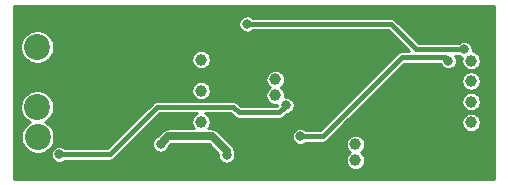
<source format=gbr>
%TF.GenerationSoftware,KiCad,Pcbnew,(5.1.9)-1*%
%TF.CreationDate,2021-08-27T14:21:39+03:00*%
%TF.ProjectId,Spina_SSM3J351,5370696e-615f-4535-934d-334a3335312e,rev?*%
%TF.SameCoordinates,Original*%
%TF.FileFunction,Copper,L2,Bot*%
%TF.FilePolarity,Positive*%
%FSLAX46Y46*%
G04 Gerber Fmt 4.6, Leading zero omitted, Abs format (unit mm)*
G04 Created by KiCad (PCBNEW (5.1.9)-1) date 2021-08-27 14:21:39*
%MOMM*%
%LPD*%
G01*
G04 APERTURE LIST*
%TA.AperFunction,ComponentPad*%
%ADD10C,2.200000*%
%TD*%
%TA.AperFunction,ComponentPad*%
%ADD11C,1.000000*%
%TD*%
%TA.AperFunction,ViaPad*%
%ADD12C,0.800000*%
%TD*%
%TA.AperFunction,Conductor*%
%ADD13C,0.700000*%
%TD*%
%TA.AperFunction,Conductor*%
%ADD14C,0.400000*%
%TD*%
%TA.AperFunction,Conductor*%
%ADD15C,0.254000*%
%TD*%
%TA.AperFunction,Conductor*%
%ADD16C,0.100000*%
%TD*%
G04 APERTURE END LIST*
D10*
%TO.P,J1,1*%
%TO.N,Net-(J1-Pad1)*%
X60706000Y-117576600D03*
%TD*%
%TO.P,J2,1*%
%TO.N,GND*%
X60706000Y-120126000D03*
%TD*%
%TO.P,J3,1*%
%TO.N,Net-(J3-Pad1)*%
X60706000Y-122666000D03*
%TD*%
%TO.P,J4,1*%
%TO.N,Net-(J4-Pad1)*%
X60731400Y-125206000D03*
%TD*%
D11*
%TO.P,J5,1*%
%TO.N,Net-(C9-Pad2)*%
X74574400Y-121259400D03*
%TD*%
%TO.P,J6,1*%
%TO.N,Net-(C11-Pad2)*%
X97434400Y-120446800D03*
%TD*%
%TO.P,J7,1*%
%TO.N,GND3*%
X74574400Y-123901200D03*
%TD*%
%TO.P,J8,1*%
%TO.N,Net-(C13-Pad2)*%
X97434400Y-118719600D03*
%TD*%
%TO.P,J9,1*%
%TO.N,GND1*%
X97434400Y-122199400D03*
%TD*%
%TO.P,J10,1*%
%TO.N,Net-(C14-Pad2)*%
X74574400Y-118643200D03*
%TD*%
%TO.P,J11,1*%
%TO.N,Net-(C16-Pad2)*%
X97434400Y-123952000D03*
%TD*%
%TO.P,J12,1*%
%TO.N,Net-(C19-Pad2)*%
X80848200Y-120319800D03*
%TD*%
%TO.P,J13,1*%
%TO.N,GNDA*%
X80848200Y-121666000D03*
%TD*%
%TO.P,J14,1*%
%TO.N,Net-(C21-Pad2)*%
X87629800Y-127152400D03*
%TD*%
%TO.P,J15,1*%
%TO.N,GND2*%
X87630000Y-125806200D03*
%TD*%
D10*
%TO.P,J16,1*%
%TO.N,GND*%
X74574400Y-115782600D03*
%TD*%
%TO.P,J17,1*%
%TO.N,GND*%
X74549000Y-126935000D03*
%TD*%
%TO.P,J18,1*%
%TO.N,GND*%
X97434400Y-126960400D03*
%TD*%
%TO.P,J19,1*%
%TO.N,GND*%
X97434400Y-115782600D03*
%TD*%
D12*
%TO.N,GND*%
X59156600Y-126390400D03*
X59131200Y-118846600D03*
X59182000Y-121386600D03*
X59156600Y-123901200D03*
X98755200Y-119608600D03*
X98755200Y-121335800D03*
X98755200Y-123113800D03*
X98729800Y-125526800D03*
X98755200Y-117475000D03*
X70078600Y-119227600D03*
X93040200Y-121742200D03*
X86436200Y-116636800D03*
X89560400Y-114681000D03*
X86487000Y-114655600D03*
X82346800Y-116636800D03*
X89585800Y-116662200D03*
X93421200Y-119481600D03*
X94894400Y-123291600D03*
X93675200Y-126238000D03*
X60579000Y-114833400D03*
X64871600Y-115366800D03*
X79527400Y-124358400D03*
X62712600Y-118821200D03*
X79908400Y-127736600D03*
X82575400Y-121767600D03*
X90627200Y-126492000D03*
X83997800Y-122986800D03*
X68199000Y-123494800D03*
X65963800Y-125603000D03*
X68199000Y-127330200D03*
X76504800Y-124891800D03*
X71704200Y-123571000D03*
%TO.N,Net-(C2-Pad1)*%
X76733400Y-126720600D03*
X71145400Y-125780800D03*
%TO.N,Net-(C8-Pad1)*%
X95504000Y-118745000D03*
X82981800Y-125145800D03*
%TO.N,Net-(C13-Pad2)*%
X78460600Y-115620800D03*
X96850200Y-117779800D03*
%TO.N,Net-(C18-Pad1)*%
X62560200Y-126669800D03*
X81762600Y-122504200D03*
%TD*%
D13*
%TO.N,Net-(C2-Pad1)*%
X76733400Y-126390400D02*
X76733400Y-126720600D01*
X71145400Y-125780800D02*
X71780400Y-125145800D01*
X75488800Y-125145800D02*
X76733400Y-126390400D01*
X71780400Y-125145800D02*
X75488800Y-125145800D01*
D14*
%TO.N,Net-(C8-Pad1)*%
X91567000Y-118440200D02*
X95199200Y-118440200D01*
X95199200Y-118440200D02*
X95504000Y-118745000D01*
X82981800Y-125145800D02*
X84861400Y-125145800D01*
X84861400Y-125145800D02*
X91567000Y-118440200D01*
%TO.N,Net-(C13-Pad2)*%
X92786200Y-117779800D02*
X96850200Y-117779800D01*
X90627200Y-115620800D02*
X92786200Y-117779800D01*
X78460600Y-115620800D02*
X90627200Y-115620800D01*
%TO.N,Net-(C18-Pad1)*%
X66827400Y-126669800D02*
X62560200Y-126669800D01*
X70866000Y-122631200D02*
X66827400Y-126669800D01*
X77749400Y-123113800D02*
X77266800Y-122631200D01*
X77266800Y-122631200D02*
X70866000Y-122631200D01*
X81762600Y-122555000D02*
X81203800Y-123113800D01*
X81762600Y-122504200D02*
X81762600Y-122555000D01*
X81203800Y-123113800D02*
X77749400Y-123113800D01*
%TD*%
D15*
%TO.N,GND*%
X99385200Y-128744042D02*
X58698600Y-128753365D01*
X58698600Y-122525453D01*
X59279000Y-122525453D01*
X59279000Y-122806547D01*
X59333838Y-123082241D01*
X59441409Y-123341938D01*
X59597576Y-123575660D01*
X59796340Y-123774424D01*
X60030062Y-123930591D01*
X60055820Y-123941261D01*
X60055462Y-123941409D01*
X59821740Y-124097576D01*
X59622976Y-124296340D01*
X59466809Y-124530062D01*
X59359238Y-124789759D01*
X59304400Y-125065453D01*
X59304400Y-125346547D01*
X59359238Y-125622241D01*
X59466809Y-125881938D01*
X59622976Y-126115660D01*
X59821740Y-126314424D01*
X60055462Y-126470591D01*
X60315159Y-126578162D01*
X60590853Y-126633000D01*
X60871947Y-126633000D01*
X61046916Y-126598197D01*
X61833200Y-126598197D01*
X61833200Y-126741403D01*
X61861138Y-126881858D01*
X61915941Y-127014164D01*
X61995502Y-127133236D01*
X62096764Y-127234498D01*
X62215836Y-127314059D01*
X62348142Y-127368862D01*
X62488597Y-127396800D01*
X62631803Y-127396800D01*
X62772258Y-127368862D01*
X62904564Y-127314059D01*
X63023636Y-127234498D01*
X63061334Y-127196800D01*
X66801519Y-127196800D01*
X66827400Y-127199349D01*
X66853281Y-127196800D01*
X66930710Y-127189174D01*
X67030050Y-127159039D01*
X67121602Y-127110104D01*
X67201848Y-127044248D01*
X67218355Y-127024134D01*
X71084290Y-123158200D01*
X74207108Y-123158200D01*
X74182669Y-123168323D01*
X74047219Y-123258828D01*
X73932028Y-123374019D01*
X73841523Y-123509469D01*
X73779182Y-123659973D01*
X73747400Y-123819748D01*
X73747400Y-123982652D01*
X73779182Y-124142427D01*
X73841523Y-124292931D01*
X73932028Y-124428381D01*
X73972447Y-124468800D01*
X71813652Y-124468800D01*
X71780400Y-124465525D01*
X71647685Y-124478596D01*
X71520070Y-124517308D01*
X71402459Y-124580172D01*
X71346099Y-124626426D01*
X71299373Y-124664773D01*
X71278178Y-124690599D01*
X70854299Y-125114479D01*
X70801036Y-125136541D01*
X70681964Y-125216102D01*
X70580702Y-125317364D01*
X70501141Y-125436436D01*
X70446338Y-125568742D01*
X70418400Y-125709197D01*
X70418400Y-125852403D01*
X70446338Y-125992858D01*
X70501141Y-126125164D01*
X70580702Y-126244236D01*
X70681964Y-126345498D01*
X70801036Y-126425059D01*
X70933342Y-126479862D01*
X71073797Y-126507800D01*
X71217003Y-126507800D01*
X71357458Y-126479862D01*
X71489764Y-126425059D01*
X71608836Y-126345498D01*
X71710098Y-126244236D01*
X71789659Y-126125164D01*
X71811721Y-126071901D01*
X72060823Y-125822800D01*
X75208378Y-125822800D01*
X76011075Y-126625497D01*
X76006400Y-126648997D01*
X76006400Y-126792203D01*
X76034338Y-126932658D01*
X76089141Y-127064964D01*
X76168702Y-127184036D01*
X76269964Y-127285298D01*
X76389036Y-127364859D01*
X76521342Y-127419662D01*
X76661797Y-127447600D01*
X76805003Y-127447600D01*
X76945458Y-127419662D01*
X77077764Y-127364859D01*
X77196836Y-127285298D01*
X77298098Y-127184036D01*
X77373660Y-127070948D01*
X86802800Y-127070948D01*
X86802800Y-127233852D01*
X86834582Y-127393627D01*
X86896923Y-127544131D01*
X86987428Y-127679581D01*
X87102619Y-127794772D01*
X87238069Y-127885277D01*
X87388573Y-127947618D01*
X87548348Y-127979400D01*
X87711252Y-127979400D01*
X87871027Y-127947618D01*
X88021531Y-127885277D01*
X88156981Y-127794772D01*
X88272172Y-127679581D01*
X88362677Y-127544131D01*
X88425018Y-127393627D01*
X88456800Y-127233852D01*
X88456800Y-127070948D01*
X88425018Y-126911173D01*
X88362677Y-126760669D01*
X88272172Y-126625219D01*
X88156981Y-126510028D01*
X88111093Y-126479367D01*
X88157181Y-126448572D01*
X88272372Y-126333381D01*
X88362877Y-126197931D01*
X88425218Y-126047427D01*
X88457000Y-125887652D01*
X88457000Y-125724748D01*
X88425218Y-125564973D01*
X88362877Y-125414469D01*
X88272372Y-125279019D01*
X88157181Y-125163828D01*
X88021731Y-125073323D01*
X87871227Y-125010982D01*
X87711452Y-124979200D01*
X87548548Y-124979200D01*
X87388773Y-125010982D01*
X87238269Y-125073323D01*
X87102819Y-125163828D01*
X86987628Y-125279019D01*
X86897123Y-125414469D01*
X86834782Y-125564973D01*
X86803000Y-125724748D01*
X86803000Y-125887652D01*
X86834782Y-126047427D01*
X86897123Y-126197931D01*
X86987628Y-126333381D01*
X87102819Y-126448572D01*
X87148707Y-126479233D01*
X87102619Y-126510028D01*
X86987428Y-126625219D01*
X86896923Y-126760669D01*
X86834582Y-126911173D01*
X86802800Y-127070948D01*
X77373660Y-127070948D01*
X77377659Y-127064964D01*
X77432462Y-126932658D01*
X77460400Y-126792203D01*
X77460400Y-126648997D01*
X77432462Y-126508542D01*
X77410400Y-126455280D01*
X77410400Y-126423641D01*
X77413674Y-126390399D01*
X77410400Y-126357157D01*
X77410400Y-126357148D01*
X77400604Y-126257685D01*
X77361892Y-126130070D01*
X77299028Y-126012459D01*
X77214426Y-125909373D01*
X77188600Y-125888178D01*
X75991026Y-124690604D01*
X75969827Y-124664773D01*
X75866741Y-124580172D01*
X75749130Y-124517308D01*
X75621515Y-124478596D01*
X75522052Y-124468800D01*
X75522045Y-124468800D01*
X75488800Y-124465526D01*
X75455555Y-124468800D01*
X75176353Y-124468800D01*
X75216772Y-124428381D01*
X75307277Y-124292931D01*
X75369618Y-124142427D01*
X75401400Y-123982652D01*
X75401400Y-123819748D01*
X75369618Y-123659973D01*
X75307277Y-123509469D01*
X75216772Y-123374019D01*
X75101581Y-123258828D01*
X74966131Y-123168323D01*
X74941692Y-123158200D01*
X77048511Y-123158200D01*
X77358449Y-123468139D01*
X77374952Y-123488248D01*
X77455198Y-123554104D01*
X77546750Y-123603039D01*
X77646090Y-123633174D01*
X77723519Y-123640800D01*
X77723521Y-123640800D01*
X77749399Y-123643349D01*
X77775277Y-123640800D01*
X81177919Y-123640800D01*
X81203800Y-123643349D01*
X81229681Y-123640800D01*
X81307110Y-123633174D01*
X81406450Y-123603039D01*
X81498002Y-123554104D01*
X81578248Y-123488248D01*
X81594755Y-123468134D01*
X81831690Y-123231200D01*
X81834203Y-123231200D01*
X81974658Y-123203262D01*
X82106964Y-123148459D01*
X82226036Y-123068898D01*
X82327298Y-122967636D01*
X82406859Y-122848564D01*
X82461662Y-122716258D01*
X82489600Y-122575803D01*
X82489600Y-122432597D01*
X82461662Y-122292142D01*
X82406859Y-122159836D01*
X82327298Y-122040764D01*
X82226036Y-121939502D01*
X82106964Y-121859941D01*
X81974658Y-121805138D01*
X81834203Y-121777200D01*
X81690997Y-121777200D01*
X81668388Y-121781697D01*
X81675200Y-121747452D01*
X81675200Y-121584548D01*
X81643418Y-121424773D01*
X81581077Y-121274269D01*
X81490572Y-121138819D01*
X81375381Y-121023628D01*
X81329393Y-120992900D01*
X81375381Y-120962172D01*
X81490572Y-120846981D01*
X81581077Y-120711531D01*
X81643418Y-120561027D01*
X81675200Y-120401252D01*
X81675200Y-120238348D01*
X81643418Y-120078573D01*
X81581077Y-119928069D01*
X81490572Y-119792619D01*
X81375381Y-119677428D01*
X81239931Y-119586923D01*
X81089427Y-119524582D01*
X80929652Y-119492800D01*
X80766748Y-119492800D01*
X80606973Y-119524582D01*
X80456469Y-119586923D01*
X80321019Y-119677428D01*
X80205828Y-119792619D01*
X80115323Y-119928069D01*
X80052982Y-120078573D01*
X80021200Y-120238348D01*
X80021200Y-120401252D01*
X80052982Y-120561027D01*
X80115323Y-120711531D01*
X80205828Y-120846981D01*
X80321019Y-120962172D01*
X80367007Y-120992900D01*
X80321019Y-121023628D01*
X80205828Y-121138819D01*
X80115323Y-121274269D01*
X80052982Y-121424773D01*
X80021200Y-121584548D01*
X80021200Y-121747452D01*
X80052982Y-121907227D01*
X80115323Y-122057731D01*
X80205828Y-122193181D01*
X80321019Y-122308372D01*
X80456469Y-122398877D01*
X80606973Y-122461218D01*
X80766748Y-122493000D01*
X80929652Y-122493000D01*
X81035600Y-122471925D01*
X81035600Y-122536710D01*
X80985510Y-122586800D01*
X77967690Y-122586800D01*
X77657755Y-122276866D01*
X77641248Y-122256752D01*
X77561002Y-122190896D01*
X77469450Y-122141961D01*
X77370110Y-122111826D01*
X77292681Y-122104200D01*
X77266800Y-122101651D01*
X77240919Y-122104200D01*
X70891881Y-122104200D01*
X70866000Y-122101651D01*
X70840119Y-122104200D01*
X70762690Y-122111826D01*
X70663350Y-122141961D01*
X70571798Y-122190896D01*
X70491552Y-122256752D01*
X70475049Y-122276861D01*
X66609111Y-126142800D01*
X63061334Y-126142800D01*
X63023636Y-126105102D01*
X62904564Y-126025541D01*
X62772258Y-125970738D01*
X62631803Y-125942800D01*
X62488597Y-125942800D01*
X62348142Y-125970738D01*
X62215836Y-126025541D01*
X62096764Y-126105102D01*
X61995502Y-126206364D01*
X61915941Y-126325436D01*
X61861138Y-126457742D01*
X61833200Y-126598197D01*
X61046916Y-126598197D01*
X61147641Y-126578162D01*
X61407338Y-126470591D01*
X61641060Y-126314424D01*
X61839824Y-126115660D01*
X61995991Y-125881938D01*
X62103562Y-125622241D01*
X62158400Y-125346547D01*
X62158400Y-125065453D01*
X62103562Y-124789759D01*
X61995991Y-124530062D01*
X61839824Y-124296340D01*
X61641060Y-124097576D01*
X61407338Y-123941409D01*
X61381580Y-123930739D01*
X61381938Y-123930591D01*
X61615660Y-123774424D01*
X61814424Y-123575660D01*
X61970591Y-123341938D01*
X62078162Y-123082241D01*
X62133000Y-122806547D01*
X62133000Y-122525453D01*
X62078162Y-122249759D01*
X61970591Y-121990062D01*
X61814424Y-121756340D01*
X61615660Y-121557576D01*
X61381938Y-121401409D01*
X61122241Y-121293838D01*
X60846547Y-121239000D01*
X60565453Y-121239000D01*
X60289759Y-121293838D01*
X60030062Y-121401409D01*
X59796340Y-121557576D01*
X59597576Y-121756340D01*
X59441409Y-121990062D01*
X59333838Y-122249759D01*
X59279000Y-122525453D01*
X58698600Y-122525453D01*
X58698600Y-121177948D01*
X73747400Y-121177948D01*
X73747400Y-121340852D01*
X73779182Y-121500627D01*
X73841523Y-121651131D01*
X73932028Y-121786581D01*
X74047219Y-121901772D01*
X74182669Y-121992277D01*
X74333173Y-122054618D01*
X74492948Y-122086400D01*
X74655852Y-122086400D01*
X74815627Y-122054618D01*
X74966131Y-121992277D01*
X75101581Y-121901772D01*
X75216772Y-121786581D01*
X75307277Y-121651131D01*
X75369618Y-121500627D01*
X75401400Y-121340852D01*
X75401400Y-121177948D01*
X75369618Y-121018173D01*
X75307277Y-120867669D01*
X75216772Y-120732219D01*
X75101581Y-120617028D01*
X74966131Y-120526523D01*
X74815627Y-120464182D01*
X74655852Y-120432400D01*
X74492948Y-120432400D01*
X74333173Y-120464182D01*
X74182669Y-120526523D01*
X74047219Y-120617028D01*
X73932028Y-120732219D01*
X73841523Y-120867669D01*
X73779182Y-121018173D01*
X73747400Y-121177948D01*
X58698600Y-121177948D01*
X58698600Y-117436053D01*
X59279000Y-117436053D01*
X59279000Y-117717147D01*
X59333838Y-117992841D01*
X59441409Y-118252538D01*
X59597576Y-118486260D01*
X59796340Y-118685024D01*
X60030062Y-118841191D01*
X60289759Y-118948762D01*
X60565453Y-119003600D01*
X60846547Y-119003600D01*
X61122241Y-118948762D01*
X61381938Y-118841191D01*
X61615660Y-118685024D01*
X61738936Y-118561748D01*
X73747400Y-118561748D01*
X73747400Y-118724652D01*
X73779182Y-118884427D01*
X73841523Y-119034931D01*
X73932028Y-119170381D01*
X74047219Y-119285572D01*
X74182669Y-119376077D01*
X74333173Y-119438418D01*
X74492948Y-119470200D01*
X74655852Y-119470200D01*
X74815627Y-119438418D01*
X74966131Y-119376077D01*
X75101581Y-119285572D01*
X75216772Y-119170381D01*
X75307277Y-119034931D01*
X75369618Y-118884427D01*
X75401400Y-118724652D01*
X75401400Y-118561748D01*
X75369618Y-118401973D01*
X75307277Y-118251469D01*
X75216772Y-118116019D01*
X75101581Y-118000828D01*
X74966131Y-117910323D01*
X74815627Y-117847982D01*
X74655852Y-117816200D01*
X74492948Y-117816200D01*
X74333173Y-117847982D01*
X74182669Y-117910323D01*
X74047219Y-118000828D01*
X73932028Y-118116019D01*
X73841523Y-118251469D01*
X73779182Y-118401973D01*
X73747400Y-118561748D01*
X61738936Y-118561748D01*
X61814424Y-118486260D01*
X61970591Y-118252538D01*
X62078162Y-117992841D01*
X62133000Y-117717147D01*
X62133000Y-117436053D01*
X62078162Y-117160359D01*
X61970591Y-116900662D01*
X61814424Y-116666940D01*
X61615660Y-116468176D01*
X61381938Y-116312009D01*
X61122241Y-116204438D01*
X60846547Y-116149600D01*
X60565453Y-116149600D01*
X60289759Y-116204438D01*
X60030062Y-116312009D01*
X59796340Y-116468176D01*
X59597576Y-116666940D01*
X59441409Y-116900662D01*
X59333838Y-117160359D01*
X59279000Y-117436053D01*
X58698600Y-117436053D01*
X58698600Y-115549197D01*
X77733600Y-115549197D01*
X77733600Y-115692403D01*
X77761538Y-115832858D01*
X77816341Y-115965164D01*
X77895902Y-116084236D01*
X77997164Y-116185498D01*
X78116236Y-116265059D01*
X78248542Y-116319862D01*
X78388997Y-116347800D01*
X78532203Y-116347800D01*
X78672658Y-116319862D01*
X78804964Y-116265059D01*
X78924036Y-116185498D01*
X78961734Y-116147800D01*
X90408911Y-116147800D01*
X92174310Y-117913200D01*
X91592877Y-117913200D01*
X91566999Y-117910651D01*
X91541121Y-117913200D01*
X91541119Y-117913200D01*
X91463690Y-117920826D01*
X91364350Y-117950961D01*
X91272798Y-117999896D01*
X91192552Y-118065752D01*
X91176049Y-118085861D01*
X84643111Y-124618800D01*
X83482934Y-124618800D01*
X83445236Y-124581102D01*
X83326164Y-124501541D01*
X83193858Y-124446738D01*
X83053403Y-124418800D01*
X82910197Y-124418800D01*
X82769742Y-124446738D01*
X82637436Y-124501541D01*
X82518364Y-124581102D01*
X82417102Y-124682364D01*
X82337541Y-124801436D01*
X82282738Y-124933742D01*
X82254800Y-125074197D01*
X82254800Y-125217403D01*
X82282738Y-125357858D01*
X82337541Y-125490164D01*
X82417102Y-125609236D01*
X82518364Y-125710498D01*
X82637436Y-125790059D01*
X82769742Y-125844862D01*
X82910197Y-125872800D01*
X83053403Y-125872800D01*
X83193858Y-125844862D01*
X83326164Y-125790059D01*
X83445236Y-125710498D01*
X83482934Y-125672800D01*
X84835519Y-125672800D01*
X84861400Y-125675349D01*
X84887281Y-125672800D01*
X84964710Y-125665174D01*
X85064050Y-125635039D01*
X85155602Y-125586104D01*
X85235848Y-125520248D01*
X85252355Y-125500134D01*
X86881941Y-123870548D01*
X96607400Y-123870548D01*
X96607400Y-124033452D01*
X96639182Y-124193227D01*
X96701523Y-124343731D01*
X96792028Y-124479181D01*
X96907219Y-124594372D01*
X97042669Y-124684877D01*
X97193173Y-124747218D01*
X97352948Y-124779000D01*
X97515852Y-124779000D01*
X97675627Y-124747218D01*
X97826131Y-124684877D01*
X97961581Y-124594372D01*
X98076772Y-124479181D01*
X98167277Y-124343731D01*
X98229618Y-124193227D01*
X98261400Y-124033452D01*
X98261400Y-123870548D01*
X98229618Y-123710773D01*
X98167277Y-123560269D01*
X98076772Y-123424819D01*
X97961581Y-123309628D01*
X97826131Y-123219123D01*
X97675627Y-123156782D01*
X97515852Y-123125000D01*
X97352948Y-123125000D01*
X97193173Y-123156782D01*
X97042669Y-123219123D01*
X96907219Y-123309628D01*
X96792028Y-123424819D01*
X96701523Y-123560269D01*
X96639182Y-123710773D01*
X96607400Y-123870548D01*
X86881941Y-123870548D01*
X88634541Y-122117948D01*
X96607400Y-122117948D01*
X96607400Y-122280852D01*
X96639182Y-122440627D01*
X96701523Y-122591131D01*
X96792028Y-122726581D01*
X96907219Y-122841772D01*
X97042669Y-122932277D01*
X97193173Y-122994618D01*
X97352948Y-123026400D01*
X97515852Y-123026400D01*
X97675627Y-122994618D01*
X97826131Y-122932277D01*
X97961581Y-122841772D01*
X98076772Y-122726581D01*
X98167277Y-122591131D01*
X98229618Y-122440627D01*
X98261400Y-122280852D01*
X98261400Y-122117948D01*
X98229618Y-121958173D01*
X98167277Y-121807669D01*
X98076772Y-121672219D01*
X97961581Y-121557028D01*
X97826131Y-121466523D01*
X97675627Y-121404182D01*
X97515852Y-121372400D01*
X97352948Y-121372400D01*
X97193173Y-121404182D01*
X97042669Y-121466523D01*
X96907219Y-121557028D01*
X96792028Y-121672219D01*
X96701523Y-121807669D01*
X96639182Y-121958173D01*
X96607400Y-122117948D01*
X88634541Y-122117948D01*
X90387141Y-120365348D01*
X96607400Y-120365348D01*
X96607400Y-120528252D01*
X96639182Y-120688027D01*
X96701523Y-120838531D01*
X96792028Y-120973981D01*
X96907219Y-121089172D01*
X97042669Y-121179677D01*
X97193173Y-121242018D01*
X97352948Y-121273800D01*
X97515852Y-121273800D01*
X97675627Y-121242018D01*
X97826131Y-121179677D01*
X97961581Y-121089172D01*
X98076772Y-120973981D01*
X98167277Y-120838531D01*
X98229618Y-120688027D01*
X98261400Y-120528252D01*
X98261400Y-120365348D01*
X98229618Y-120205573D01*
X98167277Y-120055069D01*
X98076772Y-119919619D01*
X97961581Y-119804428D01*
X97826131Y-119713923D01*
X97675627Y-119651582D01*
X97515852Y-119619800D01*
X97352948Y-119619800D01*
X97193173Y-119651582D01*
X97042669Y-119713923D01*
X96907219Y-119804428D01*
X96792028Y-119919619D01*
X96701523Y-120055069D01*
X96639182Y-120205573D01*
X96607400Y-120365348D01*
X90387141Y-120365348D01*
X91785290Y-118967200D01*
X94809139Y-118967200D01*
X94859741Y-119089364D01*
X94939302Y-119208436D01*
X95040564Y-119309698D01*
X95159636Y-119389259D01*
X95291942Y-119444062D01*
X95432397Y-119472000D01*
X95575603Y-119472000D01*
X95716058Y-119444062D01*
X95848364Y-119389259D01*
X95967436Y-119309698D01*
X96068698Y-119208436D01*
X96148259Y-119089364D01*
X96203062Y-118957058D01*
X96231000Y-118816603D01*
X96231000Y-118673397D01*
X96203062Y-118532942D01*
X96148259Y-118400636D01*
X96085560Y-118306800D01*
X96349066Y-118306800D01*
X96386764Y-118344498D01*
X96505836Y-118424059D01*
X96638142Y-118478862D01*
X96639049Y-118479042D01*
X96607400Y-118638148D01*
X96607400Y-118801052D01*
X96639182Y-118960827D01*
X96701523Y-119111331D01*
X96792028Y-119246781D01*
X96907219Y-119361972D01*
X97042669Y-119452477D01*
X97193173Y-119514818D01*
X97352948Y-119546600D01*
X97515852Y-119546600D01*
X97675627Y-119514818D01*
X97826131Y-119452477D01*
X97961581Y-119361972D01*
X98076772Y-119246781D01*
X98167277Y-119111331D01*
X98229618Y-118960827D01*
X98261400Y-118801052D01*
X98261400Y-118638148D01*
X98229618Y-118478373D01*
X98167277Y-118327869D01*
X98076772Y-118192419D01*
X97961581Y-118077228D01*
X97826131Y-117986723D01*
X97675627Y-117924382D01*
X97566982Y-117902771D01*
X97577200Y-117851403D01*
X97577200Y-117708197D01*
X97549262Y-117567742D01*
X97494459Y-117435436D01*
X97414898Y-117316364D01*
X97313636Y-117215102D01*
X97194564Y-117135541D01*
X97062258Y-117080738D01*
X96921803Y-117052800D01*
X96778597Y-117052800D01*
X96638142Y-117080738D01*
X96505836Y-117135541D01*
X96386764Y-117215102D01*
X96349066Y-117252800D01*
X93004490Y-117252800D01*
X91018155Y-115266466D01*
X91001648Y-115246352D01*
X90921402Y-115180496D01*
X90829850Y-115131561D01*
X90730510Y-115101426D01*
X90653081Y-115093800D01*
X90627200Y-115091251D01*
X90601319Y-115093800D01*
X78961734Y-115093800D01*
X78924036Y-115056102D01*
X78804964Y-114976541D01*
X78672658Y-114921738D01*
X78532203Y-114893800D01*
X78388997Y-114893800D01*
X78248542Y-114921738D01*
X78116236Y-114976541D01*
X77997164Y-115056102D01*
X77895902Y-115157364D01*
X77816341Y-115276436D01*
X77761538Y-115408742D01*
X77733600Y-115549197D01*
X58698600Y-115549197D01*
X58698600Y-114098000D01*
X99385201Y-114098000D01*
X99385200Y-128744042D01*
%TA.AperFunction,Conductor*%
D16*
G36*
X99385200Y-128744042D02*
G01*
X58698600Y-128753365D01*
X58698600Y-122525453D01*
X59279000Y-122525453D01*
X59279000Y-122806547D01*
X59333838Y-123082241D01*
X59441409Y-123341938D01*
X59597576Y-123575660D01*
X59796340Y-123774424D01*
X60030062Y-123930591D01*
X60055820Y-123941261D01*
X60055462Y-123941409D01*
X59821740Y-124097576D01*
X59622976Y-124296340D01*
X59466809Y-124530062D01*
X59359238Y-124789759D01*
X59304400Y-125065453D01*
X59304400Y-125346547D01*
X59359238Y-125622241D01*
X59466809Y-125881938D01*
X59622976Y-126115660D01*
X59821740Y-126314424D01*
X60055462Y-126470591D01*
X60315159Y-126578162D01*
X60590853Y-126633000D01*
X60871947Y-126633000D01*
X61046916Y-126598197D01*
X61833200Y-126598197D01*
X61833200Y-126741403D01*
X61861138Y-126881858D01*
X61915941Y-127014164D01*
X61995502Y-127133236D01*
X62096764Y-127234498D01*
X62215836Y-127314059D01*
X62348142Y-127368862D01*
X62488597Y-127396800D01*
X62631803Y-127396800D01*
X62772258Y-127368862D01*
X62904564Y-127314059D01*
X63023636Y-127234498D01*
X63061334Y-127196800D01*
X66801519Y-127196800D01*
X66827400Y-127199349D01*
X66853281Y-127196800D01*
X66930710Y-127189174D01*
X67030050Y-127159039D01*
X67121602Y-127110104D01*
X67201848Y-127044248D01*
X67218355Y-127024134D01*
X71084290Y-123158200D01*
X74207108Y-123158200D01*
X74182669Y-123168323D01*
X74047219Y-123258828D01*
X73932028Y-123374019D01*
X73841523Y-123509469D01*
X73779182Y-123659973D01*
X73747400Y-123819748D01*
X73747400Y-123982652D01*
X73779182Y-124142427D01*
X73841523Y-124292931D01*
X73932028Y-124428381D01*
X73972447Y-124468800D01*
X71813652Y-124468800D01*
X71780400Y-124465525D01*
X71647685Y-124478596D01*
X71520070Y-124517308D01*
X71402459Y-124580172D01*
X71346099Y-124626426D01*
X71299373Y-124664773D01*
X71278178Y-124690599D01*
X70854299Y-125114479D01*
X70801036Y-125136541D01*
X70681964Y-125216102D01*
X70580702Y-125317364D01*
X70501141Y-125436436D01*
X70446338Y-125568742D01*
X70418400Y-125709197D01*
X70418400Y-125852403D01*
X70446338Y-125992858D01*
X70501141Y-126125164D01*
X70580702Y-126244236D01*
X70681964Y-126345498D01*
X70801036Y-126425059D01*
X70933342Y-126479862D01*
X71073797Y-126507800D01*
X71217003Y-126507800D01*
X71357458Y-126479862D01*
X71489764Y-126425059D01*
X71608836Y-126345498D01*
X71710098Y-126244236D01*
X71789659Y-126125164D01*
X71811721Y-126071901D01*
X72060823Y-125822800D01*
X75208378Y-125822800D01*
X76011075Y-126625497D01*
X76006400Y-126648997D01*
X76006400Y-126792203D01*
X76034338Y-126932658D01*
X76089141Y-127064964D01*
X76168702Y-127184036D01*
X76269964Y-127285298D01*
X76389036Y-127364859D01*
X76521342Y-127419662D01*
X76661797Y-127447600D01*
X76805003Y-127447600D01*
X76945458Y-127419662D01*
X77077764Y-127364859D01*
X77196836Y-127285298D01*
X77298098Y-127184036D01*
X77373660Y-127070948D01*
X86802800Y-127070948D01*
X86802800Y-127233852D01*
X86834582Y-127393627D01*
X86896923Y-127544131D01*
X86987428Y-127679581D01*
X87102619Y-127794772D01*
X87238069Y-127885277D01*
X87388573Y-127947618D01*
X87548348Y-127979400D01*
X87711252Y-127979400D01*
X87871027Y-127947618D01*
X88021531Y-127885277D01*
X88156981Y-127794772D01*
X88272172Y-127679581D01*
X88362677Y-127544131D01*
X88425018Y-127393627D01*
X88456800Y-127233852D01*
X88456800Y-127070948D01*
X88425018Y-126911173D01*
X88362677Y-126760669D01*
X88272172Y-126625219D01*
X88156981Y-126510028D01*
X88111093Y-126479367D01*
X88157181Y-126448572D01*
X88272372Y-126333381D01*
X88362877Y-126197931D01*
X88425218Y-126047427D01*
X88457000Y-125887652D01*
X88457000Y-125724748D01*
X88425218Y-125564973D01*
X88362877Y-125414469D01*
X88272372Y-125279019D01*
X88157181Y-125163828D01*
X88021731Y-125073323D01*
X87871227Y-125010982D01*
X87711452Y-124979200D01*
X87548548Y-124979200D01*
X87388773Y-125010982D01*
X87238269Y-125073323D01*
X87102819Y-125163828D01*
X86987628Y-125279019D01*
X86897123Y-125414469D01*
X86834782Y-125564973D01*
X86803000Y-125724748D01*
X86803000Y-125887652D01*
X86834782Y-126047427D01*
X86897123Y-126197931D01*
X86987628Y-126333381D01*
X87102819Y-126448572D01*
X87148707Y-126479233D01*
X87102619Y-126510028D01*
X86987428Y-126625219D01*
X86896923Y-126760669D01*
X86834582Y-126911173D01*
X86802800Y-127070948D01*
X77373660Y-127070948D01*
X77377659Y-127064964D01*
X77432462Y-126932658D01*
X77460400Y-126792203D01*
X77460400Y-126648997D01*
X77432462Y-126508542D01*
X77410400Y-126455280D01*
X77410400Y-126423641D01*
X77413674Y-126390399D01*
X77410400Y-126357157D01*
X77410400Y-126357148D01*
X77400604Y-126257685D01*
X77361892Y-126130070D01*
X77299028Y-126012459D01*
X77214426Y-125909373D01*
X77188600Y-125888178D01*
X75991026Y-124690604D01*
X75969827Y-124664773D01*
X75866741Y-124580172D01*
X75749130Y-124517308D01*
X75621515Y-124478596D01*
X75522052Y-124468800D01*
X75522045Y-124468800D01*
X75488800Y-124465526D01*
X75455555Y-124468800D01*
X75176353Y-124468800D01*
X75216772Y-124428381D01*
X75307277Y-124292931D01*
X75369618Y-124142427D01*
X75401400Y-123982652D01*
X75401400Y-123819748D01*
X75369618Y-123659973D01*
X75307277Y-123509469D01*
X75216772Y-123374019D01*
X75101581Y-123258828D01*
X74966131Y-123168323D01*
X74941692Y-123158200D01*
X77048511Y-123158200D01*
X77358449Y-123468139D01*
X77374952Y-123488248D01*
X77455198Y-123554104D01*
X77546750Y-123603039D01*
X77646090Y-123633174D01*
X77723519Y-123640800D01*
X77723521Y-123640800D01*
X77749399Y-123643349D01*
X77775277Y-123640800D01*
X81177919Y-123640800D01*
X81203800Y-123643349D01*
X81229681Y-123640800D01*
X81307110Y-123633174D01*
X81406450Y-123603039D01*
X81498002Y-123554104D01*
X81578248Y-123488248D01*
X81594755Y-123468134D01*
X81831690Y-123231200D01*
X81834203Y-123231200D01*
X81974658Y-123203262D01*
X82106964Y-123148459D01*
X82226036Y-123068898D01*
X82327298Y-122967636D01*
X82406859Y-122848564D01*
X82461662Y-122716258D01*
X82489600Y-122575803D01*
X82489600Y-122432597D01*
X82461662Y-122292142D01*
X82406859Y-122159836D01*
X82327298Y-122040764D01*
X82226036Y-121939502D01*
X82106964Y-121859941D01*
X81974658Y-121805138D01*
X81834203Y-121777200D01*
X81690997Y-121777200D01*
X81668388Y-121781697D01*
X81675200Y-121747452D01*
X81675200Y-121584548D01*
X81643418Y-121424773D01*
X81581077Y-121274269D01*
X81490572Y-121138819D01*
X81375381Y-121023628D01*
X81329393Y-120992900D01*
X81375381Y-120962172D01*
X81490572Y-120846981D01*
X81581077Y-120711531D01*
X81643418Y-120561027D01*
X81675200Y-120401252D01*
X81675200Y-120238348D01*
X81643418Y-120078573D01*
X81581077Y-119928069D01*
X81490572Y-119792619D01*
X81375381Y-119677428D01*
X81239931Y-119586923D01*
X81089427Y-119524582D01*
X80929652Y-119492800D01*
X80766748Y-119492800D01*
X80606973Y-119524582D01*
X80456469Y-119586923D01*
X80321019Y-119677428D01*
X80205828Y-119792619D01*
X80115323Y-119928069D01*
X80052982Y-120078573D01*
X80021200Y-120238348D01*
X80021200Y-120401252D01*
X80052982Y-120561027D01*
X80115323Y-120711531D01*
X80205828Y-120846981D01*
X80321019Y-120962172D01*
X80367007Y-120992900D01*
X80321019Y-121023628D01*
X80205828Y-121138819D01*
X80115323Y-121274269D01*
X80052982Y-121424773D01*
X80021200Y-121584548D01*
X80021200Y-121747452D01*
X80052982Y-121907227D01*
X80115323Y-122057731D01*
X80205828Y-122193181D01*
X80321019Y-122308372D01*
X80456469Y-122398877D01*
X80606973Y-122461218D01*
X80766748Y-122493000D01*
X80929652Y-122493000D01*
X81035600Y-122471925D01*
X81035600Y-122536710D01*
X80985510Y-122586800D01*
X77967690Y-122586800D01*
X77657755Y-122276866D01*
X77641248Y-122256752D01*
X77561002Y-122190896D01*
X77469450Y-122141961D01*
X77370110Y-122111826D01*
X77292681Y-122104200D01*
X77266800Y-122101651D01*
X77240919Y-122104200D01*
X70891881Y-122104200D01*
X70866000Y-122101651D01*
X70840119Y-122104200D01*
X70762690Y-122111826D01*
X70663350Y-122141961D01*
X70571798Y-122190896D01*
X70491552Y-122256752D01*
X70475049Y-122276861D01*
X66609111Y-126142800D01*
X63061334Y-126142800D01*
X63023636Y-126105102D01*
X62904564Y-126025541D01*
X62772258Y-125970738D01*
X62631803Y-125942800D01*
X62488597Y-125942800D01*
X62348142Y-125970738D01*
X62215836Y-126025541D01*
X62096764Y-126105102D01*
X61995502Y-126206364D01*
X61915941Y-126325436D01*
X61861138Y-126457742D01*
X61833200Y-126598197D01*
X61046916Y-126598197D01*
X61147641Y-126578162D01*
X61407338Y-126470591D01*
X61641060Y-126314424D01*
X61839824Y-126115660D01*
X61995991Y-125881938D01*
X62103562Y-125622241D01*
X62158400Y-125346547D01*
X62158400Y-125065453D01*
X62103562Y-124789759D01*
X61995991Y-124530062D01*
X61839824Y-124296340D01*
X61641060Y-124097576D01*
X61407338Y-123941409D01*
X61381580Y-123930739D01*
X61381938Y-123930591D01*
X61615660Y-123774424D01*
X61814424Y-123575660D01*
X61970591Y-123341938D01*
X62078162Y-123082241D01*
X62133000Y-122806547D01*
X62133000Y-122525453D01*
X62078162Y-122249759D01*
X61970591Y-121990062D01*
X61814424Y-121756340D01*
X61615660Y-121557576D01*
X61381938Y-121401409D01*
X61122241Y-121293838D01*
X60846547Y-121239000D01*
X60565453Y-121239000D01*
X60289759Y-121293838D01*
X60030062Y-121401409D01*
X59796340Y-121557576D01*
X59597576Y-121756340D01*
X59441409Y-121990062D01*
X59333838Y-122249759D01*
X59279000Y-122525453D01*
X58698600Y-122525453D01*
X58698600Y-121177948D01*
X73747400Y-121177948D01*
X73747400Y-121340852D01*
X73779182Y-121500627D01*
X73841523Y-121651131D01*
X73932028Y-121786581D01*
X74047219Y-121901772D01*
X74182669Y-121992277D01*
X74333173Y-122054618D01*
X74492948Y-122086400D01*
X74655852Y-122086400D01*
X74815627Y-122054618D01*
X74966131Y-121992277D01*
X75101581Y-121901772D01*
X75216772Y-121786581D01*
X75307277Y-121651131D01*
X75369618Y-121500627D01*
X75401400Y-121340852D01*
X75401400Y-121177948D01*
X75369618Y-121018173D01*
X75307277Y-120867669D01*
X75216772Y-120732219D01*
X75101581Y-120617028D01*
X74966131Y-120526523D01*
X74815627Y-120464182D01*
X74655852Y-120432400D01*
X74492948Y-120432400D01*
X74333173Y-120464182D01*
X74182669Y-120526523D01*
X74047219Y-120617028D01*
X73932028Y-120732219D01*
X73841523Y-120867669D01*
X73779182Y-121018173D01*
X73747400Y-121177948D01*
X58698600Y-121177948D01*
X58698600Y-117436053D01*
X59279000Y-117436053D01*
X59279000Y-117717147D01*
X59333838Y-117992841D01*
X59441409Y-118252538D01*
X59597576Y-118486260D01*
X59796340Y-118685024D01*
X60030062Y-118841191D01*
X60289759Y-118948762D01*
X60565453Y-119003600D01*
X60846547Y-119003600D01*
X61122241Y-118948762D01*
X61381938Y-118841191D01*
X61615660Y-118685024D01*
X61738936Y-118561748D01*
X73747400Y-118561748D01*
X73747400Y-118724652D01*
X73779182Y-118884427D01*
X73841523Y-119034931D01*
X73932028Y-119170381D01*
X74047219Y-119285572D01*
X74182669Y-119376077D01*
X74333173Y-119438418D01*
X74492948Y-119470200D01*
X74655852Y-119470200D01*
X74815627Y-119438418D01*
X74966131Y-119376077D01*
X75101581Y-119285572D01*
X75216772Y-119170381D01*
X75307277Y-119034931D01*
X75369618Y-118884427D01*
X75401400Y-118724652D01*
X75401400Y-118561748D01*
X75369618Y-118401973D01*
X75307277Y-118251469D01*
X75216772Y-118116019D01*
X75101581Y-118000828D01*
X74966131Y-117910323D01*
X74815627Y-117847982D01*
X74655852Y-117816200D01*
X74492948Y-117816200D01*
X74333173Y-117847982D01*
X74182669Y-117910323D01*
X74047219Y-118000828D01*
X73932028Y-118116019D01*
X73841523Y-118251469D01*
X73779182Y-118401973D01*
X73747400Y-118561748D01*
X61738936Y-118561748D01*
X61814424Y-118486260D01*
X61970591Y-118252538D01*
X62078162Y-117992841D01*
X62133000Y-117717147D01*
X62133000Y-117436053D01*
X62078162Y-117160359D01*
X61970591Y-116900662D01*
X61814424Y-116666940D01*
X61615660Y-116468176D01*
X61381938Y-116312009D01*
X61122241Y-116204438D01*
X60846547Y-116149600D01*
X60565453Y-116149600D01*
X60289759Y-116204438D01*
X60030062Y-116312009D01*
X59796340Y-116468176D01*
X59597576Y-116666940D01*
X59441409Y-116900662D01*
X59333838Y-117160359D01*
X59279000Y-117436053D01*
X58698600Y-117436053D01*
X58698600Y-115549197D01*
X77733600Y-115549197D01*
X77733600Y-115692403D01*
X77761538Y-115832858D01*
X77816341Y-115965164D01*
X77895902Y-116084236D01*
X77997164Y-116185498D01*
X78116236Y-116265059D01*
X78248542Y-116319862D01*
X78388997Y-116347800D01*
X78532203Y-116347800D01*
X78672658Y-116319862D01*
X78804964Y-116265059D01*
X78924036Y-116185498D01*
X78961734Y-116147800D01*
X90408911Y-116147800D01*
X92174310Y-117913200D01*
X91592877Y-117913200D01*
X91566999Y-117910651D01*
X91541121Y-117913200D01*
X91541119Y-117913200D01*
X91463690Y-117920826D01*
X91364350Y-117950961D01*
X91272798Y-117999896D01*
X91192552Y-118065752D01*
X91176049Y-118085861D01*
X84643111Y-124618800D01*
X83482934Y-124618800D01*
X83445236Y-124581102D01*
X83326164Y-124501541D01*
X83193858Y-124446738D01*
X83053403Y-124418800D01*
X82910197Y-124418800D01*
X82769742Y-124446738D01*
X82637436Y-124501541D01*
X82518364Y-124581102D01*
X82417102Y-124682364D01*
X82337541Y-124801436D01*
X82282738Y-124933742D01*
X82254800Y-125074197D01*
X82254800Y-125217403D01*
X82282738Y-125357858D01*
X82337541Y-125490164D01*
X82417102Y-125609236D01*
X82518364Y-125710498D01*
X82637436Y-125790059D01*
X82769742Y-125844862D01*
X82910197Y-125872800D01*
X83053403Y-125872800D01*
X83193858Y-125844862D01*
X83326164Y-125790059D01*
X83445236Y-125710498D01*
X83482934Y-125672800D01*
X84835519Y-125672800D01*
X84861400Y-125675349D01*
X84887281Y-125672800D01*
X84964710Y-125665174D01*
X85064050Y-125635039D01*
X85155602Y-125586104D01*
X85235848Y-125520248D01*
X85252355Y-125500134D01*
X86881941Y-123870548D01*
X96607400Y-123870548D01*
X96607400Y-124033452D01*
X96639182Y-124193227D01*
X96701523Y-124343731D01*
X96792028Y-124479181D01*
X96907219Y-124594372D01*
X97042669Y-124684877D01*
X97193173Y-124747218D01*
X97352948Y-124779000D01*
X97515852Y-124779000D01*
X97675627Y-124747218D01*
X97826131Y-124684877D01*
X97961581Y-124594372D01*
X98076772Y-124479181D01*
X98167277Y-124343731D01*
X98229618Y-124193227D01*
X98261400Y-124033452D01*
X98261400Y-123870548D01*
X98229618Y-123710773D01*
X98167277Y-123560269D01*
X98076772Y-123424819D01*
X97961581Y-123309628D01*
X97826131Y-123219123D01*
X97675627Y-123156782D01*
X97515852Y-123125000D01*
X97352948Y-123125000D01*
X97193173Y-123156782D01*
X97042669Y-123219123D01*
X96907219Y-123309628D01*
X96792028Y-123424819D01*
X96701523Y-123560269D01*
X96639182Y-123710773D01*
X96607400Y-123870548D01*
X86881941Y-123870548D01*
X88634541Y-122117948D01*
X96607400Y-122117948D01*
X96607400Y-122280852D01*
X96639182Y-122440627D01*
X96701523Y-122591131D01*
X96792028Y-122726581D01*
X96907219Y-122841772D01*
X97042669Y-122932277D01*
X97193173Y-122994618D01*
X97352948Y-123026400D01*
X97515852Y-123026400D01*
X97675627Y-122994618D01*
X97826131Y-122932277D01*
X97961581Y-122841772D01*
X98076772Y-122726581D01*
X98167277Y-122591131D01*
X98229618Y-122440627D01*
X98261400Y-122280852D01*
X98261400Y-122117948D01*
X98229618Y-121958173D01*
X98167277Y-121807669D01*
X98076772Y-121672219D01*
X97961581Y-121557028D01*
X97826131Y-121466523D01*
X97675627Y-121404182D01*
X97515852Y-121372400D01*
X97352948Y-121372400D01*
X97193173Y-121404182D01*
X97042669Y-121466523D01*
X96907219Y-121557028D01*
X96792028Y-121672219D01*
X96701523Y-121807669D01*
X96639182Y-121958173D01*
X96607400Y-122117948D01*
X88634541Y-122117948D01*
X90387141Y-120365348D01*
X96607400Y-120365348D01*
X96607400Y-120528252D01*
X96639182Y-120688027D01*
X96701523Y-120838531D01*
X96792028Y-120973981D01*
X96907219Y-121089172D01*
X97042669Y-121179677D01*
X97193173Y-121242018D01*
X97352948Y-121273800D01*
X97515852Y-121273800D01*
X97675627Y-121242018D01*
X97826131Y-121179677D01*
X97961581Y-121089172D01*
X98076772Y-120973981D01*
X98167277Y-120838531D01*
X98229618Y-120688027D01*
X98261400Y-120528252D01*
X98261400Y-120365348D01*
X98229618Y-120205573D01*
X98167277Y-120055069D01*
X98076772Y-119919619D01*
X97961581Y-119804428D01*
X97826131Y-119713923D01*
X97675627Y-119651582D01*
X97515852Y-119619800D01*
X97352948Y-119619800D01*
X97193173Y-119651582D01*
X97042669Y-119713923D01*
X96907219Y-119804428D01*
X96792028Y-119919619D01*
X96701523Y-120055069D01*
X96639182Y-120205573D01*
X96607400Y-120365348D01*
X90387141Y-120365348D01*
X91785290Y-118967200D01*
X94809139Y-118967200D01*
X94859741Y-119089364D01*
X94939302Y-119208436D01*
X95040564Y-119309698D01*
X95159636Y-119389259D01*
X95291942Y-119444062D01*
X95432397Y-119472000D01*
X95575603Y-119472000D01*
X95716058Y-119444062D01*
X95848364Y-119389259D01*
X95967436Y-119309698D01*
X96068698Y-119208436D01*
X96148259Y-119089364D01*
X96203062Y-118957058D01*
X96231000Y-118816603D01*
X96231000Y-118673397D01*
X96203062Y-118532942D01*
X96148259Y-118400636D01*
X96085560Y-118306800D01*
X96349066Y-118306800D01*
X96386764Y-118344498D01*
X96505836Y-118424059D01*
X96638142Y-118478862D01*
X96639049Y-118479042D01*
X96607400Y-118638148D01*
X96607400Y-118801052D01*
X96639182Y-118960827D01*
X96701523Y-119111331D01*
X96792028Y-119246781D01*
X96907219Y-119361972D01*
X97042669Y-119452477D01*
X97193173Y-119514818D01*
X97352948Y-119546600D01*
X97515852Y-119546600D01*
X97675627Y-119514818D01*
X97826131Y-119452477D01*
X97961581Y-119361972D01*
X98076772Y-119246781D01*
X98167277Y-119111331D01*
X98229618Y-118960827D01*
X98261400Y-118801052D01*
X98261400Y-118638148D01*
X98229618Y-118478373D01*
X98167277Y-118327869D01*
X98076772Y-118192419D01*
X97961581Y-118077228D01*
X97826131Y-117986723D01*
X97675627Y-117924382D01*
X97566982Y-117902771D01*
X97577200Y-117851403D01*
X97577200Y-117708197D01*
X97549262Y-117567742D01*
X97494459Y-117435436D01*
X97414898Y-117316364D01*
X97313636Y-117215102D01*
X97194564Y-117135541D01*
X97062258Y-117080738D01*
X96921803Y-117052800D01*
X96778597Y-117052800D01*
X96638142Y-117080738D01*
X96505836Y-117135541D01*
X96386764Y-117215102D01*
X96349066Y-117252800D01*
X93004490Y-117252800D01*
X91018155Y-115266466D01*
X91001648Y-115246352D01*
X90921402Y-115180496D01*
X90829850Y-115131561D01*
X90730510Y-115101426D01*
X90653081Y-115093800D01*
X90627200Y-115091251D01*
X90601319Y-115093800D01*
X78961734Y-115093800D01*
X78924036Y-115056102D01*
X78804964Y-114976541D01*
X78672658Y-114921738D01*
X78532203Y-114893800D01*
X78388997Y-114893800D01*
X78248542Y-114921738D01*
X78116236Y-114976541D01*
X77997164Y-115056102D01*
X77895902Y-115157364D01*
X77816341Y-115276436D01*
X77761538Y-115408742D01*
X77733600Y-115549197D01*
X58698600Y-115549197D01*
X58698600Y-114098000D01*
X99385201Y-114098000D01*
X99385200Y-128744042D01*
G37*
%TD.AperFunction*%
%TD*%
M02*

</source>
